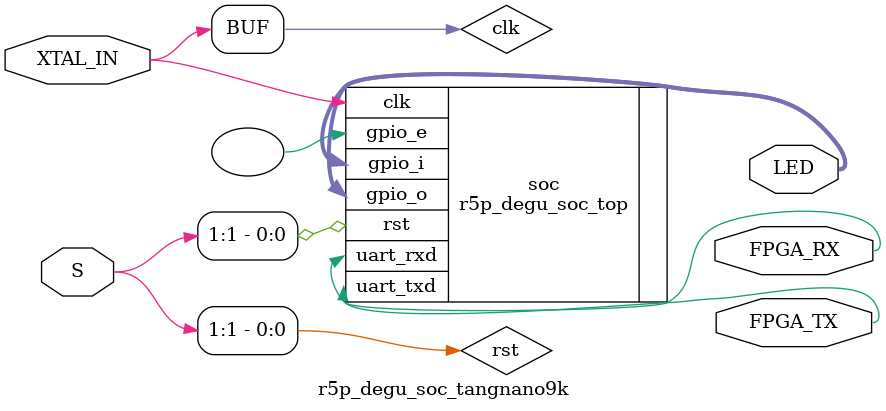
<source format=sv>

module r5p_degu_soc_tangnano9k (
    // 27MHz clock
    input  logic       XTAL_IN,
    // buttons
    input  logic [2:1] S,
    // LEDs (orange)
    output logic [6:1] LED,
    // UART
    output logic       FPGA_TX,
    output logic       FPGA_RX
);

///////////////////////////////////////////////////////////////////////////////
// local parameters
////////////////////////////////////////////////////////////////////////////////

    localparam int unsigned GDW = $bits(LED);

///////////////////////////////////////////////////////////////////////////////
// local signals
////////////////////////////////////////////////////////////////////////////////

    // clock
    logic clk;

    // reset synchronizer
    logic rst;

    // GPIO
    logic [GDW-1:0] gpio_o;
    logic [GDW-1:0] gpio_e;
    logic [GDW-1:0] gpio_i;

///////////////////////////////////////////////////////////////////////////////
// PLL
////////////////////////////////////////////////////////////////////////////////

    // TODO: use proper PLL
    assign clk = XTAL_IN;

///////////////////////////////////////////////////////////////////////////////
// reset synchronizer
////////////////////////////////////////////////////////////////////////////////

    // TODO: use proper button debauncing and synchronous release reset
    assign rst = S[1];

    //logic rst_r;

    //always @(posedge clk, negedge ck_rst)
    //if (~ck_rst)  {rst, rst_r} <= 2'b1;
    //else          {rst, rst_r} <= {rst_r, 1'b0};

//    // xpm_cdc_async_rst: Asynchronous Reset Synchronizer
//    // Xilinx Parameterized Macro, version 2024.2
//    xpm_cdc_async_rst #(
//        .DEST_SYNC_FF    (4), // DECIMAL; range: 2-10
//        .INIT_SYNC_FF    (0), // DECIMAL; 0=disable simulation init values, 1=enable simulation init values
//        .RST_ACTIVE_HIGH (1)  // DECIMAL; 0=active low reset, 1=active high reset
//    ) xpm_cdc_async_rst_inst (
//        .src_arst  (~ck_rst),
//        .dest_arst (rst),
//        .dest_clk  (clk)
//    );

////////////////////////////////////////////////////////////////////////////////
// R5P SoC instance
////////////////////////////////////////////////////////////////////////////////

    r5p_degu_soc_top #(
        .GDW       (GDW),
        .IFM_SIZ   (1024*4),  // instruction fetch memory 4kB
        .LSM_SIZ   (1024*4)   // load/store memory 4kB
    ) soc (
        // system signals
        .clk       (clk),
        .rst       (rst),
        // GPIO
        .gpio_o    (LED),
        .gpio_e    (),
        .gpio_i    (LED),
        // UART
        .uart_txd  (FPGA_TX),
        .uart_rxd  (FPGA_RX)
    );

////////////////////////////////////////////////////////////////////////////////
// GPIO
////////////////////////////////////////////////////////////////////////////////

/*
    // GPIO inputs
    assign gpio_i = LED[GDW-1:0];

    // GPIO outputs
    generate
    for (genvar i=0; i<GDW; i++) begin
        assign LED[i] = gpio_e[i] ? gpio_o[i] : 1'bz;
    end
    endgenerate
*/

endmodule: r5p_degu_soc_tangnano9k

</source>
